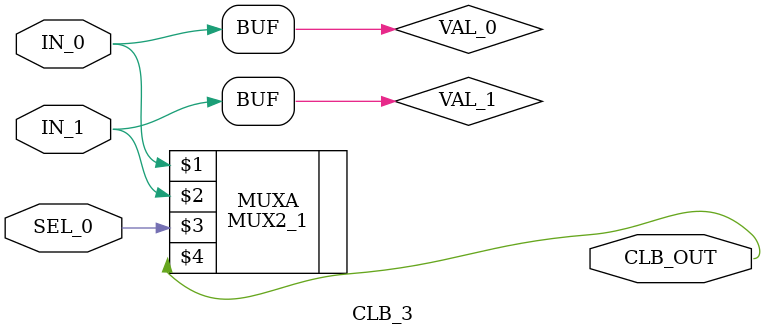
<source format=sv>
`timescale 1ns / 1ps

module CLB_3(
    input IN_0,
    input IN_1,
    input SEL_0,
    output CLB_OUT
    );
    
    logic VAL_0,VAL_1,OUT_1;
    
    always_comb
    begin
        VAL_0 = IN_0;
        VAL_1 = IN_1;
    end
    
    MUX2_1 MUXA(VAL_0,VAL_1,SEL_0,CLB_OUT);
    
    
endmodule


</source>
